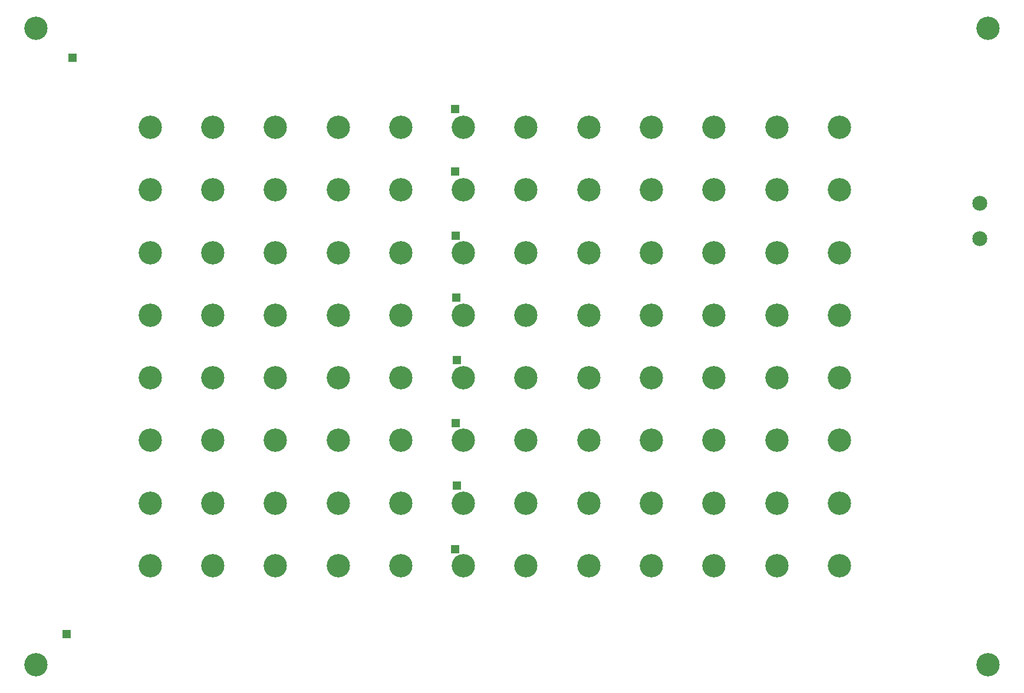
<source format=gbs>
G75*
%MOIN*%
%OFA0B0*%
%FSLAX25Y25*%
%IPPOS*%
%LPD*%
%AMOC8*
5,1,8,0,0,1.08239X$1,22.5*
%
%ADD10C,0.13198*%
%ADD11C,0.08474*%
%ADD12R,0.04562X0.04562*%
D10*
X0064611Y0043611D03*
X0129099Y0099674D03*
X0164532Y0099674D03*
X0199965Y0099674D03*
X0235398Y0099674D03*
X0270831Y0099674D03*
X0306265Y0099674D03*
X0341698Y0099674D03*
X0377131Y0099674D03*
X0412564Y0099674D03*
X0447997Y0099674D03*
X0483430Y0099674D03*
X0518863Y0099674D03*
X0518863Y0135107D03*
X0483430Y0135107D03*
X0447997Y0135107D03*
X0412564Y0135107D03*
X0377131Y0135107D03*
X0341698Y0135107D03*
X0306265Y0135107D03*
X0270831Y0135107D03*
X0235398Y0135107D03*
X0199965Y0135107D03*
X0164532Y0135107D03*
X0129099Y0135107D03*
X0129099Y0170540D03*
X0164532Y0170540D03*
X0199965Y0170540D03*
X0235398Y0170540D03*
X0270831Y0170540D03*
X0306265Y0170540D03*
X0341698Y0170540D03*
X0377131Y0170540D03*
X0412564Y0170540D03*
X0447997Y0170540D03*
X0483430Y0170540D03*
X0518863Y0170540D03*
X0518863Y0205973D03*
X0483430Y0205973D03*
X0447997Y0205973D03*
X0412564Y0205973D03*
X0377131Y0205973D03*
X0341698Y0205973D03*
X0306265Y0205973D03*
X0270831Y0205973D03*
X0235398Y0205973D03*
X0199965Y0205973D03*
X0164532Y0205973D03*
X0129099Y0205973D03*
X0129099Y0241406D03*
X0164532Y0241406D03*
X0199965Y0241406D03*
X0235398Y0241406D03*
X0270831Y0241406D03*
X0306265Y0241406D03*
X0341698Y0241406D03*
X0377131Y0241406D03*
X0412564Y0241406D03*
X0447997Y0241406D03*
X0483430Y0241406D03*
X0518863Y0241406D03*
X0518863Y0276839D03*
X0483430Y0276839D03*
X0447997Y0276839D03*
X0412564Y0276839D03*
X0377131Y0276839D03*
X0341698Y0276839D03*
X0306265Y0276839D03*
X0270831Y0276839D03*
X0235398Y0276839D03*
X0199965Y0276839D03*
X0164532Y0276839D03*
X0129099Y0276839D03*
X0129099Y0312272D03*
X0164532Y0312272D03*
X0199965Y0312272D03*
X0235398Y0312272D03*
X0270831Y0312272D03*
X0306265Y0312272D03*
X0341698Y0312272D03*
X0377131Y0312272D03*
X0412564Y0312272D03*
X0447997Y0312272D03*
X0483430Y0312272D03*
X0518863Y0312272D03*
X0518863Y0347706D03*
X0483430Y0347706D03*
X0447997Y0347706D03*
X0412564Y0347706D03*
X0377131Y0347706D03*
X0341698Y0347706D03*
X0306265Y0347706D03*
X0270831Y0347706D03*
X0235398Y0347706D03*
X0199965Y0347706D03*
X0164532Y0347706D03*
X0129099Y0347706D03*
X0064611Y0403769D03*
X0603036Y0403769D03*
X0603036Y0043611D03*
D11*
X0598371Y0284709D03*
X0598371Y0304709D03*
D12*
X0301785Y0286472D03*
X0302235Y0251372D03*
X0302485Y0216022D03*
X0301785Y0180222D03*
X0302585Y0144972D03*
X0301535Y0109122D03*
X0081963Y0061173D03*
X0301535Y0322822D03*
X0301685Y0358122D03*
X0085077Y0387085D03*
M02*

</source>
